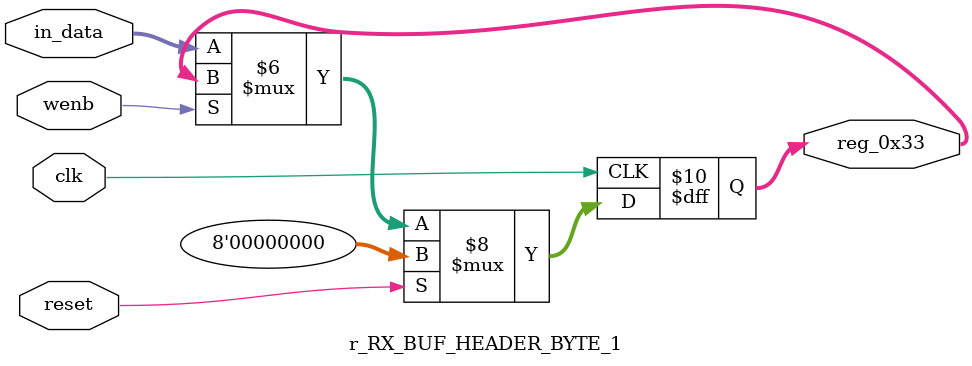
<source format=v>
module r_RX_BUF_HEADER_BYTE_1(output reg [7:0] reg_0x33, input wire reset, input wire wenb, input wire [7:0] in_data, input wire clk);
	always@(posedge clk)
	begin
		if(reset==0) begin
			if(wenb==0)
				reg_0x33<=in_data;
			else
				reg_0x33<=reg_0x33;
		end
		else
			reg_0x33<=8'h00;
	end
endmodule
</source>
